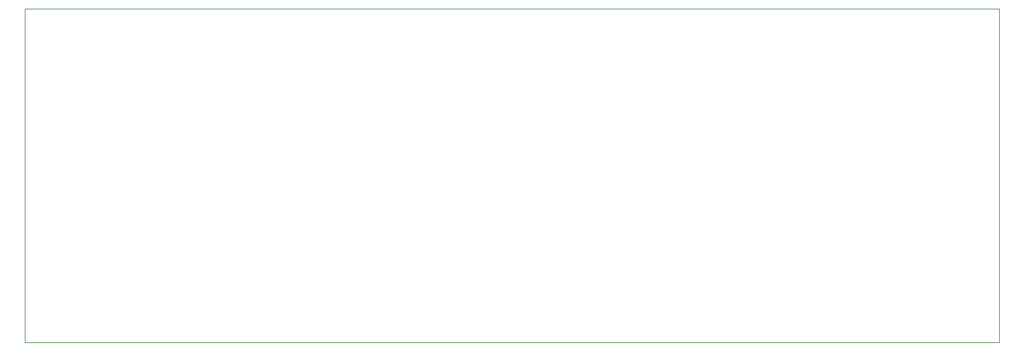
<source format=gbr>
%TF.GenerationSoftware,KiCad,Pcbnew,(6.0.4)*%
%TF.CreationDate,2022-04-22T11:51:35+02:00*%
%TF.ProjectId,ECM_Preamp,45434d5f-5072-4656-916d-702e6b696361,rev?*%
%TF.SameCoordinates,Original*%
%TF.FileFunction,Profile,NP*%
%FSLAX46Y46*%
G04 Gerber Fmt 4.6, Leading zero omitted, Abs format (unit mm)*
G04 Created by KiCad (PCBNEW (6.0.4)) date 2022-04-22 11:51:35*
%MOMM*%
%LPD*%
G01*
G04 APERTURE LIST*
%TA.AperFunction,Profile*%
%ADD10C,0.100000*%
%TD*%
G04 APERTURE END LIST*
D10*
X148336000Y-67564000D02*
X25400000Y-67564000D01*
X25400000Y-25400000D01*
X148336000Y-25400000D01*
X148336000Y-67564000D01*
M02*

</source>
